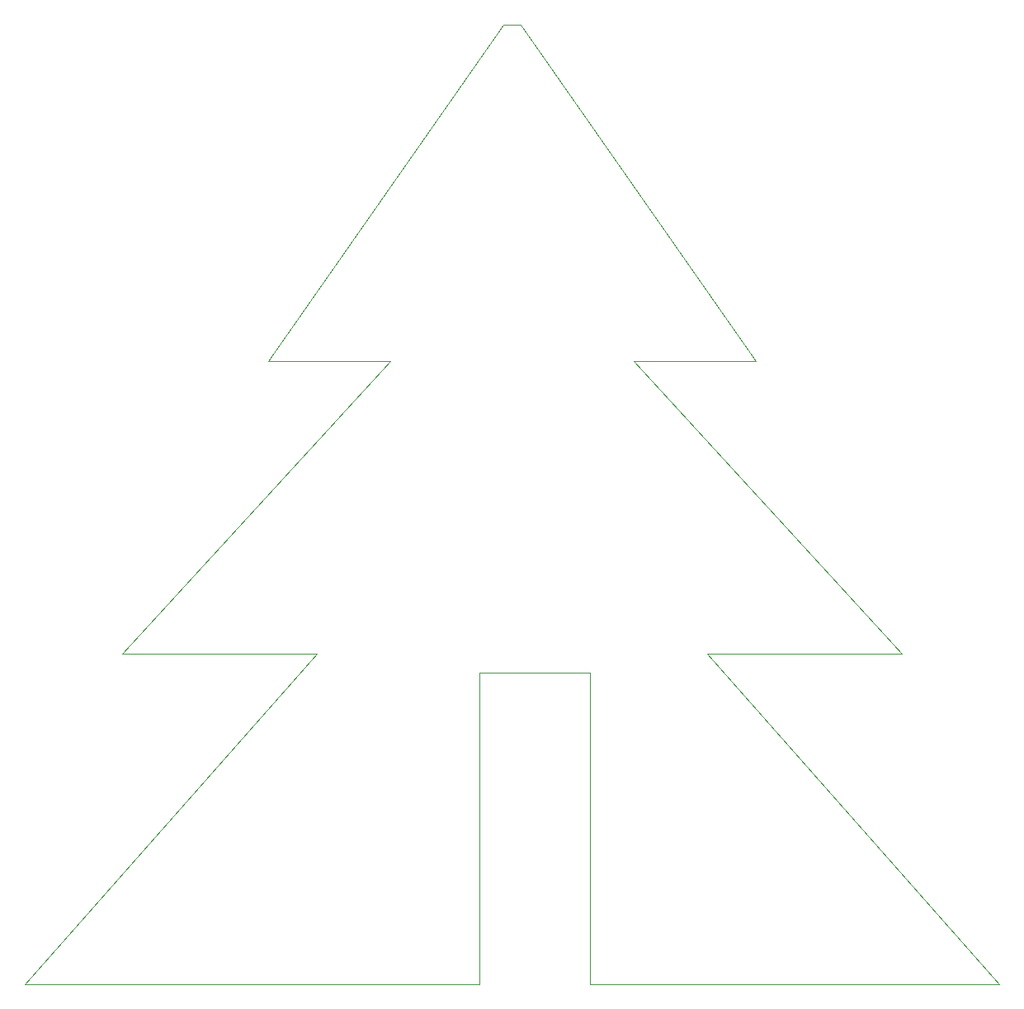
<source format=gm1>
G04 #@! TF.GenerationSoftware,KiCad,Pcbnew,7.0.8*
G04 #@! TF.CreationDate,2024-06-18T20:25:39+02:00*
G04 #@! TF.ProjectId,PCB_Christmas_Tree,5043425f-4368-4726-9973-746d61735f54,rev?*
G04 #@! TF.SameCoordinates,Original*
G04 #@! TF.FileFunction,Profile,NP*
%FSLAX46Y46*%
G04 Gerber Fmt 4.6, Leading zero omitted, Abs format (unit mm)*
G04 Created by KiCad (PCBNEW 7.0.8) date 2024-06-18 20:25:39*
%MOMM*%
%LPD*%
G01*
G04 APERTURE LIST*
G04 #@! TA.AperFunction,Profile*
%ADD10C,0.100000*%
G04 #@! TD*
G04 APERTURE END LIST*
D10*
X207191455Y-109776305D02*
X195835455Y-109776305D01*
X211691455Y-77776305D02*
X224191455Y-77776305D01*
X198291455Y-43176305D02*
X174191455Y-77776305D01*
X200091455Y-43176305D02*
X198291455Y-43176305D01*
X200091455Y-43176305D02*
X224191455Y-77776305D01*
X207191455Y-141776305D02*
X207191455Y-109776305D01*
X219191455Y-107776305D02*
X249191455Y-141776305D01*
X207191455Y-141776305D02*
X249191455Y-141776305D01*
X149191455Y-141776305D02*
X195835455Y-141762305D01*
X195835455Y-109776305D02*
X195835455Y-141762305D01*
X239191455Y-107776305D02*
X219191455Y-107776305D01*
X179191455Y-107776305D02*
X149191455Y-141776305D01*
X174191455Y-77776305D02*
X186691455Y-77776305D01*
X211691455Y-77776305D02*
X239191455Y-107776305D01*
X186691455Y-77776305D02*
X159191455Y-107776305D01*
X179191455Y-107776305D02*
X159191455Y-107776305D01*
M02*

</source>
